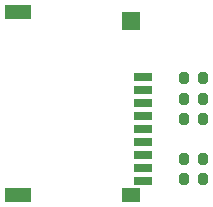
<source format=gbr>
%TF.GenerationSoftware,KiCad,Pcbnew,(6.0.4)*%
%TF.CreationDate,2023-08-29T14:34:22+02:00*%
%TF.ProjectId,big_black_box_pcb_cad,6269675f-626c-4616-936b-5f626f785f70,rev?*%
%TF.SameCoordinates,Original*%
%TF.FileFunction,Paste,Bot*%
%TF.FilePolarity,Positive*%
%FSLAX46Y46*%
G04 Gerber Fmt 4.6, Leading zero omitted, Abs format (unit mm)*
G04 Created by KiCad (PCBNEW (6.0.4)) date 2023-08-29 14:34:22*
%MOMM*%
%LPD*%
G01*
G04 APERTURE LIST*
G04 Aperture macros list*
%AMRoundRect*
0 Rectangle with rounded corners*
0 $1 Rounding radius*
0 $2 $3 $4 $5 $6 $7 $8 $9 X,Y pos of 4 corners*
0 Add a 4 corners polygon primitive as box body*
4,1,4,$2,$3,$4,$5,$6,$7,$8,$9,$2,$3,0*
0 Add four circle primitives for the rounded corners*
1,1,$1+$1,$2,$3*
1,1,$1+$1,$4,$5*
1,1,$1+$1,$6,$7*
1,1,$1+$1,$8,$9*
0 Add four rect primitives between the rounded corners*
20,1,$1+$1,$2,$3,$4,$5,0*
20,1,$1+$1,$4,$5,$6,$7,0*
20,1,$1+$1,$6,$7,$8,$9,0*
20,1,$1+$1,$8,$9,$2,$3,0*%
G04 Aperture macros list end*
%ADD10R,1.500000X1.600000*%
%ADD11R,2.200000X1.200000*%
%ADD12R,1.500000X1.200000*%
%ADD13R,1.600000X0.700000*%
%ADD14RoundRect,0.200000X0.200000X0.275000X-0.200000X0.275000X-0.200000X-0.275000X0.200000X-0.275000X0*%
%ADD15RoundRect,0.200000X-0.200000X-0.275000X0.200000X-0.275000X0.200000X0.275000X-0.200000X0.275000X0*%
G04 APERTURE END LIST*
D10*
%TO.C,U105*%
X153000000Y-85200000D03*
D11*
X143400000Y-84400000D03*
X143400000Y-99900000D03*
D12*
X153000000Y-99900000D03*
D13*
X154000000Y-98700000D03*
X154000000Y-97600000D03*
X154000000Y-96500000D03*
X154000000Y-95400000D03*
X154000000Y-94300000D03*
X154000000Y-93200000D03*
X154000000Y-92100000D03*
X154000000Y-91000000D03*
X154000000Y-89900000D03*
%TD*%
D14*
%TO.C,R117*%
X159075000Y-98575000D03*
X157425000Y-98575000D03*
%TD*%
D15*
%TO.C,R122*%
X159075000Y-90025000D03*
X157425000Y-90025000D03*
%TD*%
D14*
%TO.C,R120*%
X159075000Y-93445000D03*
X157425000Y-93445000D03*
%TD*%
%TO.C,R118*%
X159075000Y-96865000D03*
X157425000Y-96865000D03*
%TD*%
%TO.C,R121*%
X159075000Y-91735000D03*
X157425000Y-91735000D03*
%TD*%
M02*

</source>
